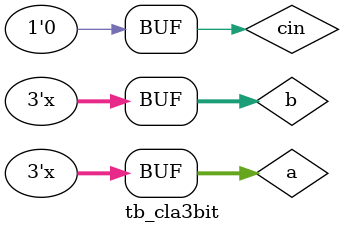
<source format=v>
module CLA3bit (
    a,b,g,p,cin,C,s
);
    input [2:0]a,b;
    input cin;
    inout [2:0]C;
    inout [2:0]g,p;
    // output cout;
    output [2:0]s;
    
    assign g[0]=b[0]&a[0]; 
    assign g[1]=b[1]&a[1];
    assign g[2]=b[2]&a[2];

    assign p[0]=b[0]^a[0];
    assign p[1]=b[1]^a[1];
    assign p[2]=b[2]^a[2];

    assign C[0]=g[0] | p[0]&cin;
    assign C[1]=g[1] | p[1]&C[0];
    assign C[2]=g[2] | p[2]&C[1];

    assign s[0]=p[0]^cin;
    assign s[1]=p[1]^C[0];
    assign s[2]=p[2]^C[1];
endmodule

module tb_cla3bit (
);
    reg [2:0]a,b;
    reg cin;
    wire [2:0]C;
    wire [2:0]g,p;
    // wire cout;
    wire [2:0]s;

    initial begin
        cin=0;
        a=3'b000;b=3'b111;
    end
    always #5 a=a+1'b1;
    always #5 b=b+1'b1;

    CLA3bit a1(
    a,b,g,p,cin,C,s
);
endmodule

</source>
